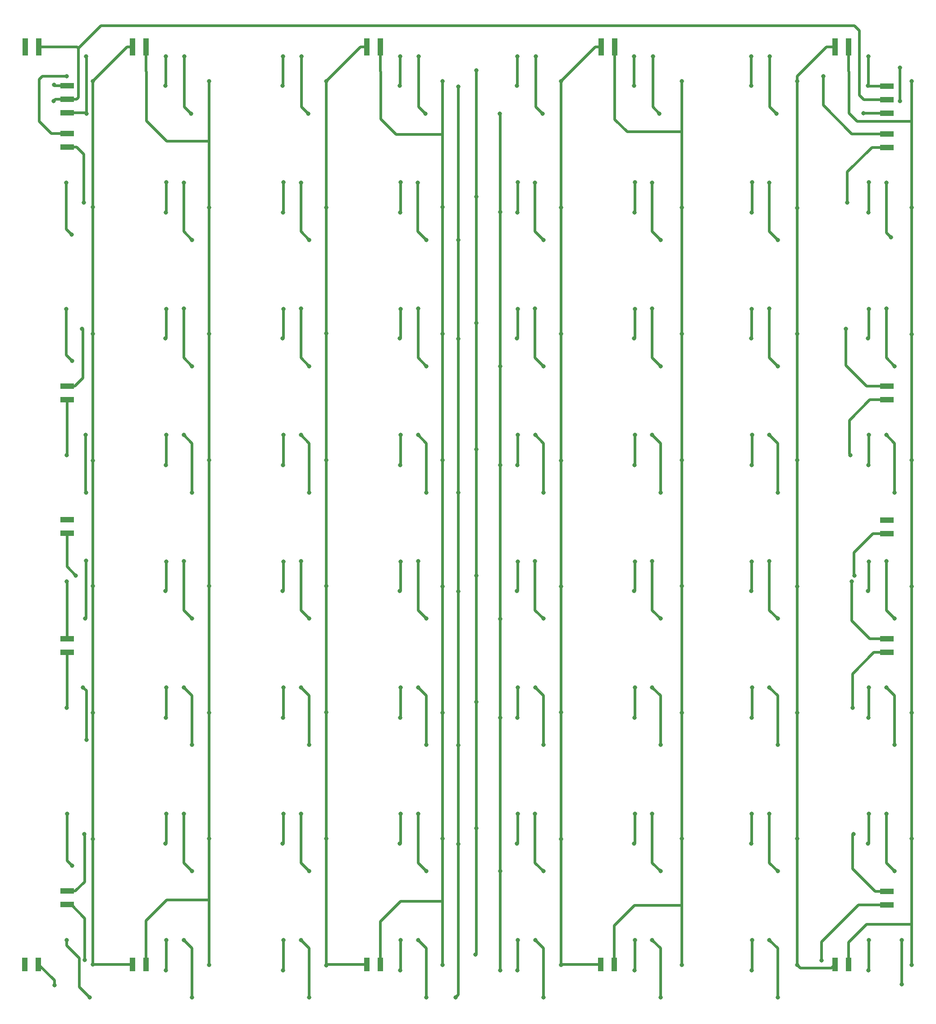
<source format=gbr>
%TF.GenerationSoftware,KiCad,Pcbnew,(6.0.7-1)-1*%
%TF.CreationDate,2022-12-02T15:51:38+01:00*%
%TF.ProjectId,8x8,3878382e-6b69-4636-9164-5f7063625858,rev?*%
%TF.SameCoordinates,Original*%
%TF.FileFunction,Copper,L2,Bot*%
%TF.FilePolarity,Positive*%
%FSLAX46Y46*%
G04 Gerber Fmt 4.6, Leading zero omitted, Abs format (unit mm)*
G04 Created by KiCad (PCBNEW (6.0.7-1)-1) date 2022-12-02 15:51:38*
%MOMM*%
%LPD*%
G01*
G04 APERTURE LIST*
%TA.AperFunction,SMDPad,CuDef*%
%ADD10R,1.020000X2.600000*%
%TD*%
%TA.AperFunction,SMDPad,CuDef*%
%ADD11R,1.020000X3.200000*%
%TD*%
%TA.AperFunction,SMDPad,CuDef*%
%ADD12R,2.600000X1.020000*%
%TD*%
%TA.AperFunction,ViaPad*%
%ADD13C,0.800000*%
%TD*%
%TA.AperFunction,Conductor*%
%ADD14C,0.500000*%
%TD*%
G04 APERTURE END LIST*
D10*
%TO.P,J7,1,Pin_1*%
%TO.N,HallOut4*%
X86820000Y-208120000D03*
%TO.P,J7,2,Pin_2*%
%TO.N,HallOut3*%
X84280000Y-208120000D03*
%TD*%
D11*
%TO.P,J5,1,Pin_1*%
%TO.N,HallOut7*%
X172310000Y-35910000D03*
%TO.P,J5,2,Pin_2*%
%TO.N,HallOut8*%
X174850000Y-35910000D03*
%TD*%
D10*
%TO.P,J8,1,Pin_1*%
%TO.N,HallOut6*%
X130820000Y-208120000D03*
%TO.P,J8,2,Pin_2*%
%TO.N,HallOut5*%
X128280000Y-208120000D03*
%TD*%
D12*
%TO.P,J19,1,Pin_1*%
%TO.N,GND*%
X182030000Y-43315000D03*
%TO.P,J19,2,Pin_2*%
%TO.N,LedIn*%
X182030000Y-45855000D03*
%TO.P,J19,3,Pin_3*%
%TO.N,P*%
X182030000Y-48395000D03*
%TD*%
%TO.P,J23,1,Pin_1*%
%TO.N,unconnected-(J23-Pad1)*%
X182020000Y-124760000D03*
%TO.P,J23,2,Pin_2*%
%TO.N,AGND*%
X182020000Y-127300000D03*
%TD*%
%TO.P,J15,1,Pin_1*%
%TO.N,PQ3*%
X182020000Y-99640000D03*
%TO.P,J15,2,Pin_2*%
%TO.N,PQ4*%
X182020000Y-102180000D03*
%TD*%
D11*
%TO.P,J4,1,Pin_1*%
%TO.N,HallOut5*%
X128310000Y-35910000D03*
%TO.P,J4,2,Pin_2*%
%TO.N,HallOut6*%
X130850000Y-35910000D03*
%TD*%
%TO.P,J21,1,Pin_1*%
%TO.N,unconnected-(J21-Pad1)*%
X20110000Y-35910000D03*
%TO.P,J21,2,Pin_2*%
%TO.N,LedIn*%
X22650000Y-35910000D03*
%TD*%
D12*
%TO.P,J10,1,Pin_1*%
%TO.N,PQ2*%
X27980000Y-54720000D03*
%TO.P,J10,2,Pin_2*%
%TO.N,PQ1*%
X27980000Y-52180000D03*
%TD*%
D11*
%TO.P,J2,1,Pin_1*%
%TO.N,HallOut1*%
X40310000Y-35910000D03*
%TO.P,J2,2,Pin_2*%
%TO.N,HallOut2*%
X42850000Y-35910000D03*
%TD*%
D12*
%TO.P,J16,1,Pin_1*%
%TO.N,PQ5*%
X182020000Y-147040000D03*
%TO.P,J16,2,Pin_2*%
%TO.N,PQ6*%
X182020000Y-149580000D03*
%TD*%
%TO.P,J11,1,Pin_1*%
%TO.N,PQ4*%
X27980000Y-102120000D03*
%TO.P,J11,2,Pin_2*%
%TO.N,PQ3*%
X27980000Y-99580000D03*
%TD*%
D10*
%TO.P,J6,1,Pin_1*%
%TO.N,HallOut2*%
X42820000Y-208120000D03*
%TO.P,J6,2,Pin_2*%
%TO.N,HallOut1*%
X40280000Y-208120000D03*
%TD*%
D12*
%TO.P,J22,1,Pin_1*%
%TO.N,AGND*%
X27980000Y-127240000D03*
%TO.P,J22,2,Pin_2*%
%TO.N,unconnected-(J22-Pad2)*%
X27980000Y-124700000D03*
%TD*%
%TO.P,J17,1,Pin_1*%
%TO.N,PQ7*%
X182020000Y-194440000D03*
%TO.P,J17,2,Pin_2*%
%TO.N,PQ8*%
X182020000Y-196980000D03*
%TD*%
%TO.P,J18,1,Pin_1*%
%TO.N,P*%
X27970000Y-48315000D03*
%TO.P,J18,2,Pin_2*%
%TO.N,LedIn*%
X27970000Y-45775000D03*
%TO.P,J18,3,Pin_3*%
%TO.N,GND*%
X27970000Y-43235000D03*
%TD*%
D11*
%TO.P,J3,1,Pin_1*%
%TO.N,HallOut3*%
X84310000Y-35910000D03*
%TO.P,J3,2,Pin_2*%
%TO.N,HallOut4*%
X86850000Y-35910000D03*
%TD*%
D12*
%TO.P,J12,1,Pin_1*%
%TO.N,PQ6*%
X27980000Y-149520000D03*
%TO.P,J12,2,Pin_2*%
%TO.N,PQ5*%
X27980000Y-146980000D03*
%TD*%
D10*
%TO.P,J9,1,Pin_1*%
%TO.N,HallOut8*%
X174820000Y-208120000D03*
%TO.P,J9,2,Pin_2*%
%TO.N,HallOut7*%
X172280000Y-208120000D03*
%TD*%
D12*
%TO.P,J14,1,Pin_1*%
%TO.N,PQ1*%
X182020000Y-52240000D03*
%TO.P,J14,2,Pin_2*%
%TO.N,PQ2*%
X182020000Y-54780000D03*
%TD*%
%TO.P,J13,1,Pin_1*%
%TO.N,PQ8*%
X27980000Y-196920000D03*
%TO.P,J13,2,Pin_2*%
%TO.N,PQ7*%
X27980000Y-194380000D03*
%TD*%
D10*
%TO.P,J20,1,Pin_1*%
%TO.N,LedOut*%
X22620000Y-208110000D03*
%TO.P,J20,2,Pin_2*%
%TO.N,unconnected-(J20-Pad2)*%
X20080000Y-208110000D03*
%TD*%
D13*
%TO.N,P*%
X115920000Y-132450000D03*
X156576200Y-114446400D03*
X93920000Y-85050000D03*
X68650000Y-108760000D03*
X134650000Y-203560000D03*
X178576200Y-114446400D03*
X93920000Y-179850000D03*
X90576200Y-67046400D03*
X28950000Y-94890000D03*
X139476200Y-95846402D03*
X112576200Y-209246400D03*
X139283598Y-48446402D03*
X181920000Y-132450000D03*
X49920000Y-85050000D03*
X112576200Y-161846400D03*
X117476200Y-143246402D03*
X109380000Y-114446400D03*
X156576200Y-161846400D03*
X90650000Y-61360000D03*
X137920000Y-85050000D03*
X31376201Y-143246401D03*
X95476200Y-190646402D03*
X134576200Y-114446400D03*
X115920000Y-179850000D03*
X137920000Y-179850000D03*
X72030000Y-37700000D03*
X159920000Y-85050000D03*
X137920000Y-132450000D03*
X183476200Y-95846402D03*
X178650000Y-61360000D03*
X94030000Y-37700000D03*
X93920000Y-132450000D03*
X112650000Y-61360000D03*
X156650000Y-203560000D03*
X109373600Y-161816400D03*
X31560000Y-37700000D03*
X68576200Y-161846400D03*
X73283598Y-48446402D03*
X51283598Y-48446402D03*
X117476200Y-95846402D03*
X68650000Y-61360000D03*
X112576200Y-67046400D03*
X139476200Y-143246402D03*
X112650000Y-203560000D03*
X73476200Y-143246402D03*
X46576200Y-114446400D03*
X68576200Y-209246400D03*
X31663598Y-48446402D03*
X46576200Y-161846400D03*
X90650000Y-156160000D03*
X178650000Y-203560000D03*
X46650000Y-203560000D03*
X95476200Y-143246402D03*
X90576200Y-209246400D03*
X51476200Y-190646402D03*
X161476200Y-95846402D03*
X134650000Y-108760000D03*
X116030000Y-37700000D03*
X159920000Y-179850000D03*
X161283598Y-48446402D03*
X49920000Y-179850000D03*
X156650000Y-156160000D03*
X134576200Y-209246400D03*
X49920000Y-132450000D03*
X181920000Y-85050000D03*
X31520000Y-132410000D03*
X68576200Y-114446400D03*
X177605000Y-48395000D03*
X178576200Y-209246400D03*
X50030000Y-37700000D03*
X139476200Y-190646402D03*
X112650000Y-108760000D03*
X73476200Y-190646402D03*
X160030000Y-37700000D03*
X27860000Y-85090000D03*
X109373600Y-95846400D03*
X156650000Y-108760000D03*
X73476200Y-95846402D03*
X183476200Y-190646402D03*
X156576200Y-67046400D03*
X46650000Y-108760000D03*
X159920000Y-132450000D03*
X109373600Y-209246400D03*
X46576200Y-67046400D03*
X71920000Y-85050000D03*
X90576200Y-161846400D03*
X115920000Y-85050000D03*
X109373600Y-66953600D03*
X184420000Y-39800000D03*
X95283598Y-48446402D03*
X28000000Y-179850000D03*
X46650000Y-156160000D03*
X117283598Y-48446402D03*
X156650000Y-61360000D03*
X183476200Y-143246402D03*
X90650000Y-108760000D03*
X46576200Y-209246400D03*
X178650000Y-156160000D03*
X28920000Y-189610000D03*
X156576200Y-209246400D03*
X134650000Y-61360000D03*
X109263598Y-48446402D03*
X181920000Y-179850000D03*
X161476200Y-143246402D03*
X46650000Y-61360000D03*
X90576200Y-114446400D03*
X109373600Y-143313600D03*
X71920000Y-132450000D03*
X68650000Y-156160000D03*
X51476200Y-95846402D03*
X90650000Y-203560000D03*
X134576200Y-161846400D03*
X51476200Y-143246402D03*
X68576200Y-67046400D03*
X112576200Y-114446400D03*
X138030000Y-37700000D03*
X68650000Y-203560000D03*
X184440000Y-46060000D03*
X161476200Y-190646402D03*
X178576200Y-161846400D03*
X112650000Y-156160000D03*
X178650000Y-108760000D03*
X95476200Y-95846402D03*
X178576200Y-67046400D03*
X134576200Y-67046400D03*
X134650000Y-156160000D03*
X117476200Y-190646402D03*
X109373600Y-190626400D03*
X71920000Y-179850000D03*
%TO.N,LedIn*%
X25460000Y-46130000D03*
%TO.N,GND*%
X71930000Y-203570000D03*
X90640000Y-179910000D03*
X90479801Y-138050001D03*
X71930000Y-156170000D03*
X90640000Y-132510000D03*
X28870000Y-71130000D03*
X134640000Y-85110000D03*
X134479801Y-138050001D03*
X90640000Y-85110000D03*
X51476200Y-214346402D03*
X115930000Y-108770000D03*
X68479801Y-138050001D03*
X183476200Y-119546402D03*
X95476200Y-119546402D03*
X156540000Y-37700000D03*
X100976402Y-214346402D03*
X137900000Y-61420000D03*
X46540000Y-37700000D03*
X73476200Y-72146402D03*
X112640000Y-179910000D03*
X112640000Y-85110000D03*
X161476200Y-214346402D03*
X156640000Y-132510000D03*
X178640000Y-132510000D03*
X25526201Y-43073799D03*
X139476200Y-214346402D03*
X101450000Y-138120000D03*
X117476200Y-166946402D03*
X73476200Y-214346402D03*
X95476200Y-72146402D03*
X134479801Y-43250001D03*
X112540000Y-37700000D03*
X181900000Y-61420000D03*
X134640000Y-132510000D03*
X101463600Y-43346400D03*
X95476200Y-214346402D03*
X68640000Y-85110000D03*
X101486400Y-90746400D03*
X178479801Y-138050001D03*
X73476200Y-166946402D03*
X46479801Y-90650001D03*
X49930000Y-156170000D03*
X139476200Y-119546402D03*
X137930000Y-203570000D03*
X49930000Y-108770000D03*
X182731301Y-71641301D03*
X90540000Y-37700000D03*
X68479801Y-43250001D03*
X178479801Y-43250001D03*
X183476200Y-166946402D03*
X95476200Y-166946402D03*
X101483598Y-72146402D03*
X134479801Y-185450001D03*
X49900000Y-61420000D03*
X159930000Y-108770000D03*
X112640000Y-132510000D03*
X139476200Y-72146402D03*
X51476200Y-166946402D03*
X112479801Y-90650001D03*
X31500000Y-108720000D03*
X137930000Y-156170000D03*
X181930000Y-156170000D03*
X49930000Y-203570000D03*
X137930000Y-108770000D03*
X139476200Y-166946402D03*
X159930000Y-156170000D03*
X156479801Y-138050001D03*
X156479801Y-185450001D03*
X68640000Y-179910000D03*
X184820000Y-211850000D03*
X112479801Y-138050001D03*
X93930000Y-156170000D03*
X159900000Y-61420000D03*
X101463600Y-185546400D03*
X90479801Y-43250001D03*
X156640000Y-85110000D03*
X178479801Y-90650001D03*
X30970000Y-156130000D03*
X178640000Y-85110000D03*
X93930000Y-108770000D03*
X159930000Y-203570000D03*
X178540000Y-37700000D03*
X93930000Y-203570000D03*
X51476200Y-72146402D03*
X115930000Y-156170000D03*
X90479801Y-90650001D03*
X71900000Y-61420000D03*
X73476200Y-119546402D03*
X46479801Y-43250001D03*
X101496402Y-119546402D03*
X117476200Y-214346402D03*
X46640000Y-85110000D03*
X46640000Y-179910000D03*
X68479801Y-185450001D03*
X71930000Y-108770000D03*
X112479801Y-43250001D03*
X178479801Y-185450001D03*
X27860000Y-61390000D03*
X46479801Y-138050001D03*
X117476200Y-72146402D03*
X156640000Y-179910000D03*
X156479801Y-43250001D03*
X90479801Y-185450001D03*
X178640000Y-179910000D03*
X31613599Y-165996401D03*
X115930000Y-203570000D03*
X68479801Y-90650001D03*
X27890000Y-203540000D03*
X161476200Y-119546402D03*
X112479801Y-185450001D03*
X68540000Y-37700000D03*
X46640000Y-132510000D03*
X31593598Y-119546402D03*
X115900000Y-61420000D03*
X161476200Y-72146402D03*
X93900000Y-61420000D03*
X184820000Y-203610000D03*
X156479801Y-90650001D03*
X68640000Y-132510000D03*
X101463600Y-166966400D03*
X32256402Y-214346402D03*
X181930000Y-108770000D03*
X134640000Y-179910000D03*
X117476200Y-119546402D03*
X161476200Y-166946402D03*
X46479801Y-185450001D03*
X134479801Y-90650001D03*
X134540000Y-37700000D03*
X51476200Y-119546402D03*
%TO.N,LedOut*%
X25620000Y-212000000D03*
%TO.N,PQ1*%
X27950001Y-41449999D03*
X170050001Y-41449999D03*
%TO.N,PQ2*%
X174589999Y-65149999D03*
X31097399Y-65147399D03*
%TO.N,PQ3*%
X30829999Y-88849999D03*
X174289999Y-88849999D03*
%TO.N,PQ4*%
X27950001Y-112549999D03*
X175190001Y-112549999D03*
%TO.N,PQ5*%
X27950001Y-136249999D03*
X175390001Y-136249999D03*
%TO.N,PQ6*%
X175550001Y-159949999D03*
X27950001Y-159949999D03*
%TO.N,PQ7*%
X31190001Y-183649999D03*
X175770001Y-183649999D03*
%TO.N,PQ8*%
X169719999Y-207349999D03*
X31339973Y-207326874D03*
%TO.N,HallOut1*%
X32842000Y-65997400D03*
X32842000Y-89771800D03*
X32842000Y-137142800D03*
X32842000Y-160891800D03*
X32842000Y-113546200D03*
X32842000Y-184615400D03*
X32842000Y-208186600D03*
X32842000Y-42350000D03*
%TO.N,HallOut2*%
X54686000Y-113470000D03*
X54686000Y-160866400D03*
X54686000Y-208262800D03*
X54686000Y-89771800D03*
X54686000Y-66048200D03*
X54686000Y-184539200D03*
X54686000Y-137117400D03*
X54686000Y-42350000D03*
%TO.N,HallOut3*%
X76675800Y-66080200D03*
X76675800Y-208294800D03*
X76675800Y-137124000D03*
X76675800Y-160822200D03*
X76691800Y-89711600D03*
X76675800Y-184545800D03*
X76675800Y-113502000D03*
X76675800Y-42350000D03*
%TO.N,HallOut4*%
X98545200Y-66004000D03*
X98545200Y-137200200D03*
X98545200Y-208218600D03*
X98545200Y-113476600D03*
X98545200Y-184495000D03*
X98545200Y-89753000D03*
X98545200Y-160873000D03*
X98545200Y-42350000D03*
%TO.N,HallOut5*%
X120776800Y-89746400D03*
X120776800Y-66073600D03*
X120776800Y-113546200D03*
X120776800Y-42350000D03*
X120776800Y-137168200D03*
X120776800Y-160841000D03*
X120776800Y-184590000D03*
X120776800Y-208262800D03*
%TO.N,HallOut6*%
X143459000Y-160891800D03*
X143459000Y-66073600D03*
X143459000Y-113520800D03*
X143459000Y-208262800D03*
X143459000Y-184564600D03*
X143459000Y-89797200D03*
X143459000Y-137142800D03*
X143459000Y-42350000D03*
%TO.N,HallOut7*%
X165125200Y-66149800D03*
X165125200Y-137219000D03*
X165125200Y-89797200D03*
X165125200Y-184564600D03*
X165125200Y-160866400D03*
X165125200Y-113495400D03*
X165125200Y-42350000D03*
X165125200Y-208212000D03*
%TO.N,HallOut8*%
X186639000Y-137193600D03*
X186639000Y-184539200D03*
X186639000Y-89848000D03*
X186639000Y-66073600D03*
X186639000Y-160866400D03*
X186639000Y-208237400D03*
X186639000Y-113470000D03*
X186639000Y-42350000D03*
%TO.N,AGND*%
X175910000Y-135150000D03*
X104850000Y-135150000D03*
X104850000Y-182550000D03*
X104850000Y-87750000D03*
X104890000Y-158850000D03*
X29640000Y-135150000D03*
X104720000Y-206250000D03*
X104890000Y-64050000D03*
X104870000Y-111450000D03*
X104840000Y-40350000D03*
%TD*%
D14*
%TO.N,P*%
X94030000Y-37700000D02*
X94030000Y-47192804D01*
X31663598Y-48446402D02*
X31663598Y-37803598D01*
X115920000Y-141690202D02*
X117476200Y-143246402D01*
X46650000Y-156160000D02*
X46650000Y-161772600D01*
X134650000Y-203560000D02*
X134650000Y-209172600D01*
X137920000Y-141690202D02*
X139476200Y-143246402D01*
X28000000Y-188690000D02*
X28920000Y-189610000D01*
X178650000Y-108760000D02*
X178650000Y-114372600D01*
X134650000Y-108760000D02*
X134650000Y-114372600D01*
X46650000Y-108760000D02*
X46650000Y-114372600D01*
X116030000Y-37700000D02*
X116030000Y-47192804D01*
X115920000Y-85050000D02*
X115920000Y-94290202D01*
X90650000Y-61360000D02*
X90650000Y-66972600D01*
X184440000Y-39820000D02*
X184420000Y-39800000D01*
X181920000Y-141690202D02*
X183476200Y-143246402D01*
X28000000Y-179850000D02*
X28000000Y-188690000D01*
X49920000Y-141690202D02*
X51476200Y-143246402D01*
X49920000Y-179850000D02*
X49920000Y-189090202D01*
X46650000Y-114372600D02*
X46576200Y-114446400D01*
X134650000Y-156160000D02*
X134650000Y-161772600D01*
X178650000Y-61360000D02*
X178650000Y-66972600D01*
X46650000Y-66972600D02*
X46576200Y-67046400D01*
X49920000Y-85050000D02*
X49920000Y-94290202D01*
X159920000Y-189090202D02*
X161476200Y-190646402D01*
X71920000Y-85050000D02*
X71920000Y-94290202D01*
X115920000Y-179850000D02*
X115920000Y-189090202D01*
X115920000Y-132450000D02*
X115920000Y-141690202D01*
X138030000Y-47192804D02*
X139283598Y-48446402D01*
X50030000Y-37700000D02*
X50030000Y-47192804D01*
X112650000Y-61360000D02*
X112650000Y-66972600D01*
X181920000Y-132450000D02*
X181920000Y-141690202D01*
X50030000Y-47192804D02*
X51283598Y-48446402D01*
X159920000Y-85050000D02*
X159920000Y-94290202D01*
X112650000Y-203560000D02*
X112650000Y-209172600D01*
X109373600Y-209246400D02*
X109373600Y-66953600D01*
X31520000Y-143102602D02*
X31376201Y-143246401D01*
X31663598Y-37803598D02*
X31560000Y-37700000D01*
X178650000Y-203560000D02*
X178650000Y-209172600D01*
X93920000Y-189090202D02*
X95476200Y-190646402D01*
X46650000Y-61360000D02*
X46650000Y-66972600D01*
X137920000Y-189090202D02*
X139476200Y-190646402D01*
X93920000Y-85050000D02*
X93920000Y-94290202D01*
X181920000Y-179850000D02*
X181920000Y-189090202D01*
X181920000Y-85050000D02*
X181920000Y-94290202D01*
X159920000Y-94290202D02*
X161476200Y-95846402D01*
X68650000Y-156160000D02*
X68650000Y-161772600D01*
X134650000Y-61360000D02*
X134650000Y-66972600D01*
X94030000Y-47192804D02*
X95283598Y-48446402D01*
X112650000Y-156160000D02*
X112650000Y-161772600D01*
X71920000Y-132450000D02*
X71920000Y-141690202D01*
X160030000Y-37700000D02*
X160030000Y-47192804D01*
X27860000Y-85090000D02*
X27860000Y-93800000D01*
X49920000Y-189090202D02*
X51476200Y-190646402D01*
X138030000Y-37700000D02*
X138030000Y-47192804D01*
X68650000Y-61360000D02*
X68650000Y-66972600D01*
X137920000Y-85050000D02*
X137920000Y-94290202D01*
X160030000Y-47192804D02*
X161283598Y-48446402D01*
X93920000Y-141690202D02*
X95476200Y-143246402D01*
X156650000Y-156160000D02*
X156650000Y-161772600D01*
X27860000Y-93800000D02*
X28950000Y-94890000D01*
X159920000Y-141690202D02*
X161476200Y-143246402D01*
X109373600Y-48556404D02*
X109373600Y-66953600D01*
X178650000Y-156160000D02*
X178650000Y-161772600D01*
X46650000Y-203560000D02*
X46650000Y-209172600D01*
X49920000Y-94290202D02*
X51476200Y-95846402D01*
X27970000Y-48315000D02*
X31532196Y-48315000D01*
X93920000Y-132450000D02*
X93920000Y-141690202D01*
X71920000Y-179850000D02*
X71920000Y-189090202D01*
X112650000Y-108760000D02*
X112650000Y-114372600D01*
X182030000Y-48395000D02*
X177605000Y-48395000D01*
X68650000Y-108760000D02*
X68650000Y-114372600D01*
X115920000Y-189090202D02*
X117476200Y-190646402D01*
X115920000Y-94290202D02*
X117476200Y-95846402D01*
X90650000Y-156160000D02*
X90650000Y-161772600D01*
X71920000Y-189090202D02*
X73476200Y-190646402D01*
X184440000Y-46060000D02*
X184440000Y-39820000D01*
X71920000Y-141690202D02*
X73476200Y-143246402D01*
X181920000Y-94290202D02*
X183476200Y-95846402D01*
X49920000Y-132450000D02*
X49920000Y-141690202D01*
X31520000Y-132410000D02*
X31520000Y-143102602D01*
X137920000Y-179850000D02*
X137920000Y-189090202D01*
X159920000Y-132450000D02*
X159920000Y-141690202D01*
X68650000Y-203560000D02*
X68650000Y-209172600D01*
X137920000Y-94290202D02*
X139476200Y-95846402D01*
X156650000Y-108760000D02*
X156650000Y-114372600D01*
X181920000Y-189090202D02*
X183476200Y-190646402D01*
X137920000Y-132450000D02*
X137920000Y-141690202D01*
X156650000Y-61360000D02*
X156650000Y-66972600D01*
X109263598Y-48446402D02*
X109373600Y-48556404D01*
X71920000Y-94290202D02*
X73476200Y-95846402D01*
X31532196Y-48315000D02*
X31663598Y-48446402D01*
X72030000Y-37700000D02*
X72030000Y-47192804D01*
X159920000Y-179850000D02*
X159920000Y-189090202D01*
X72030000Y-47192804D02*
X73283598Y-48446402D01*
X90650000Y-203560000D02*
X90650000Y-209172600D01*
X93920000Y-94290202D02*
X95476200Y-95846402D01*
X116030000Y-47192804D02*
X117283598Y-48446402D01*
X178652600Y-209170000D02*
X178576200Y-209246400D01*
X156650000Y-203560000D02*
X156650000Y-209172600D01*
X90650000Y-108760000D02*
X90650000Y-114372600D01*
X93920000Y-179850000D02*
X93920000Y-189090202D01*
%TO.N,LedIn*%
X182030000Y-45855000D02*
X177705000Y-45855000D01*
X30150000Y-36190000D02*
X30150000Y-45420000D01*
X175910000Y-31950000D02*
X34390000Y-31950000D01*
X29795000Y-45775000D02*
X27970000Y-45775000D01*
X177705000Y-45855000D02*
X176870000Y-45020000D01*
X34390000Y-31950000D02*
X30150000Y-36190000D01*
X30150000Y-36190000D02*
X29870000Y-35910000D01*
X29870000Y-35910000D02*
X22650000Y-35910000D01*
X27970000Y-45775000D02*
X25815000Y-45775000D01*
X30150000Y-45420000D02*
X29795000Y-45775000D01*
X25815000Y-45775000D02*
X25460000Y-46130000D01*
X176870000Y-32910000D02*
X175910000Y-31950000D01*
X176870000Y-45020000D02*
X176870000Y-32910000D01*
%TO.N,GND*%
X93930000Y-108770000D02*
X95476200Y-110316200D01*
X134640000Y-85110000D02*
X134640000Y-90489802D01*
X49930000Y-203570000D02*
X51476200Y-205116200D01*
X90540000Y-37700000D02*
X90540000Y-43189802D01*
X117476200Y-110316200D02*
X117476200Y-119546402D01*
X30970000Y-156130000D02*
X31613599Y-156773599D01*
X27970000Y-43235000D02*
X25687402Y-43235000D01*
X161476200Y-157716200D02*
X161476200Y-166946402D01*
X161476200Y-110316200D02*
X161476200Y-119546402D01*
X112640000Y-179910000D02*
X112640000Y-185289802D01*
X71900000Y-70570202D02*
X73476200Y-72146402D01*
X115930000Y-156170000D02*
X117476200Y-157716200D01*
X73476200Y-157716200D02*
X73476200Y-166946402D01*
X159930000Y-108770000D02*
X161476200Y-110316200D01*
X156640000Y-85110000D02*
X156640000Y-90489802D01*
X117476200Y-205116200D02*
X117476200Y-214346402D01*
X27860000Y-70120000D02*
X28870000Y-71130000D01*
X31613599Y-156773599D02*
X31613599Y-165996401D01*
X46640000Y-132510000D02*
X46640000Y-137889802D01*
X93900000Y-70570202D02*
X95476200Y-72146402D01*
X51476200Y-157716200D02*
X51476200Y-166946402D01*
X73476200Y-205116200D02*
X73476200Y-214346402D01*
X184820000Y-203610000D02*
X184820000Y-211850000D01*
X182030000Y-43315000D02*
X178544800Y-43315000D01*
X115930000Y-203570000D02*
X117476200Y-205116200D01*
X137930000Y-108770000D02*
X139476200Y-110316200D01*
X134540000Y-37700000D02*
X134540000Y-43189802D01*
X95476200Y-205116200D02*
X95476200Y-214346402D01*
X71930000Y-203570000D02*
X73476200Y-205116200D01*
X134640000Y-179910000D02*
X134640000Y-185289802D01*
X93930000Y-203570000D02*
X95476200Y-205116200D01*
X31500000Y-108720000D02*
X31500000Y-119452804D01*
X25687402Y-43235000D02*
X25526201Y-43073799D01*
X49930000Y-156170000D02*
X51476200Y-157716200D01*
X161476200Y-205116200D02*
X161476200Y-214346402D01*
X137900000Y-70570202D02*
X139476200Y-72146402D01*
X112640000Y-132510000D02*
X112640000Y-137889802D01*
X117476200Y-157716200D02*
X117476200Y-166946402D01*
X46540000Y-43189802D02*
X46479801Y-43250001D01*
X156540000Y-37700000D02*
X156540000Y-43189802D01*
X183476200Y-157716200D02*
X183476200Y-166946402D01*
X90640000Y-179910000D02*
X90640000Y-185289802D01*
X51476200Y-205116200D02*
X51476200Y-214346402D01*
X68540000Y-37700000D02*
X68540000Y-43189802D01*
X178640000Y-132510000D02*
X178640000Y-137889802D01*
X181900000Y-70810000D02*
X182731301Y-71641301D01*
X49900000Y-70570202D02*
X51476200Y-72146402D01*
X100976402Y-214346402D02*
X101463600Y-213859204D01*
X181930000Y-156170000D02*
X183476200Y-157716200D01*
X31500000Y-119452804D02*
X31593598Y-119546402D01*
X183476200Y-110316200D02*
X183476200Y-119546402D01*
X156640000Y-132510000D02*
X156640000Y-137889802D01*
X115900000Y-61420000D02*
X115900000Y-70570202D01*
X30300000Y-207000000D02*
X30300000Y-212390000D01*
X159930000Y-156170000D02*
X161476200Y-157716200D01*
X181900000Y-61420000D02*
X181900000Y-70810000D01*
X137930000Y-203570000D02*
X139476200Y-205116200D01*
X90640000Y-132510000D02*
X90640000Y-137889802D01*
X46640000Y-90489802D02*
X46479801Y-90650001D01*
X49930000Y-108770000D02*
X51476200Y-110316200D01*
X159900000Y-61420000D02*
X159900000Y-70570202D01*
X101463600Y-213859204D02*
X101463600Y-43346400D01*
X51476200Y-110316200D02*
X51476200Y-119546402D01*
X139476200Y-157716200D02*
X139476200Y-166946402D01*
X159930000Y-203570000D02*
X161476200Y-205116200D01*
X46640000Y-179910000D02*
X46640000Y-185289802D01*
X115930000Y-108770000D02*
X117476200Y-110316200D01*
X68640000Y-85110000D02*
X68640000Y-90489802D01*
X134640000Y-132510000D02*
X134640000Y-137889802D01*
X178640000Y-85110000D02*
X178640000Y-90489802D01*
X112540000Y-37700000D02*
X112540000Y-43189802D01*
X156640000Y-179910000D02*
X156640000Y-185289802D01*
X159900000Y-70570202D02*
X161476200Y-72146402D01*
X30300000Y-212390000D02*
X32256402Y-214346402D01*
X112640000Y-85110000D02*
X112640000Y-90489802D01*
X27890000Y-204590000D02*
X27890000Y-203540000D01*
X137930000Y-156170000D02*
X139476200Y-157716200D01*
X68640000Y-132510000D02*
X68640000Y-137889802D01*
X27890000Y-204590000D02*
X30300000Y-207000000D01*
X93900000Y-61420000D02*
X93900000Y-70570202D01*
X46640000Y-85110000D02*
X46640000Y-90489802D01*
X95476200Y-110316200D02*
X95476200Y-119546402D01*
X178640000Y-179910000D02*
X178640000Y-185289802D01*
X139476200Y-110316200D02*
X139476200Y-119546402D01*
X93930000Y-156170000D02*
X95476200Y-157716200D01*
X90640000Y-85110000D02*
X90640000Y-90489802D01*
X95476200Y-157716200D02*
X95476200Y-166946402D01*
X137900000Y-61420000D02*
X137900000Y-70570202D01*
X115900000Y-70570202D02*
X117476200Y-72146402D01*
X71900000Y-61420000D02*
X71900000Y-70570202D01*
X71930000Y-156170000D02*
X73476200Y-157716200D01*
X46540000Y-37700000D02*
X46540000Y-43189802D01*
X49900000Y-61420000D02*
X49900000Y-70570202D01*
X68640000Y-179910000D02*
X68640000Y-185289802D01*
X27860000Y-61390000D02*
X27860000Y-70120000D01*
X178540000Y-37700000D02*
X178540000Y-43189802D01*
X71930000Y-108770000D02*
X73476200Y-110316200D01*
X73476200Y-110316200D02*
X73476200Y-119546402D01*
X139476200Y-205116200D02*
X139476200Y-214346402D01*
X178544800Y-43315000D02*
X178479801Y-43250001D01*
X181930000Y-108770000D02*
X183476200Y-110316200D01*
%TO.N,LedOut*%
X25620000Y-212000000D02*
X25620000Y-211110000D01*
X25620000Y-211110000D02*
X22620000Y-208110000D01*
%TO.N,PQ1*%
X170050001Y-46860001D02*
X170050001Y-41449999D01*
X22780000Y-49920000D02*
X25040000Y-52180000D01*
X182020000Y-52240000D02*
X175430000Y-52240000D01*
X22780000Y-41990000D02*
X22780000Y-49920000D01*
X27950001Y-41449999D02*
X23320001Y-41449999D01*
X175430000Y-52240000D02*
X170050001Y-46860001D01*
X25040000Y-52180000D02*
X27980000Y-52180000D01*
X23320001Y-41449999D02*
X22780000Y-41990000D01*
%TO.N,PQ2*%
X31120000Y-56050000D02*
X31120000Y-65124798D01*
X174589999Y-59370001D02*
X174589999Y-65149999D01*
X31120000Y-65124798D02*
X31097399Y-65147399D01*
X27980000Y-54720000D02*
X29790000Y-54720000D01*
X179180000Y-54780000D02*
X174589999Y-59370001D01*
X29790000Y-54720000D02*
X31120000Y-56050000D01*
X182020000Y-54780000D02*
X179180000Y-54780000D01*
%TO.N,PQ3*%
X27980000Y-99580000D02*
X29450000Y-99580000D01*
X178220000Y-99640000D02*
X174289999Y-95709999D01*
X182020000Y-99640000D02*
X178220000Y-99640000D01*
X30940000Y-88960000D02*
X30829999Y-88849999D01*
X29450000Y-99580000D02*
X30940000Y-98090000D01*
X30940000Y-98090000D02*
X30940000Y-88960000D01*
X174289999Y-95709999D02*
X174289999Y-88849999D01*
%TO.N,PQ4*%
X174950000Y-106060000D02*
X174950000Y-112309998D01*
X182020000Y-102180000D02*
X178830000Y-102180000D01*
X27980000Y-102120000D02*
X27980000Y-112520000D01*
X174950000Y-112309998D02*
X175190001Y-112549999D01*
X27980000Y-112520000D02*
X27950001Y-112549999D01*
X178830000Y-102180000D02*
X174950000Y-106060000D01*
%TO.N,PQ5*%
X27980000Y-146980000D02*
X27980000Y-136279998D01*
X178800000Y-147040000D02*
X175390001Y-143630001D01*
X27980000Y-136279998D02*
X27950001Y-136249999D01*
X182020000Y-147040000D02*
X178800000Y-147040000D01*
X175390001Y-143630001D02*
X175390001Y-136249999D01*
%TO.N,PQ6*%
X27980000Y-159920000D02*
X27950001Y-159949999D01*
X179570000Y-149580000D02*
X175550001Y-153599999D01*
X182020000Y-149580000D02*
X179570000Y-149580000D01*
X27980000Y-149520000D02*
X27980000Y-159920000D01*
X175550001Y-153599999D02*
X175550001Y-159949999D01*
%TO.N,PQ7*%
X29560000Y-194380000D02*
X31260000Y-192680000D01*
X175560000Y-190230000D02*
X175560000Y-183860000D01*
X27980000Y-194380000D02*
X29560000Y-194380000D01*
X31260000Y-183719998D02*
X31190001Y-183649999D01*
X175560000Y-183860000D02*
X175770001Y-183649999D01*
X179770000Y-194440000D02*
X175560000Y-190230000D01*
X31260000Y-192680000D02*
X31260000Y-183719998D01*
X182020000Y-194440000D02*
X179770000Y-194440000D01*
%TO.N,PQ8*%
X182020000Y-196980000D02*
X176680000Y-196980000D01*
X176680000Y-196980000D02*
X169719999Y-203940001D01*
X169719999Y-203940001D02*
X169719999Y-207349999D01*
X28770000Y-196920000D02*
X31339973Y-199489973D01*
X31339973Y-199489973D02*
X31339973Y-207326874D01*
%TO.N,HallOut1*%
X32842000Y-184615400D02*
X32842000Y-208186600D01*
X32842000Y-160891800D02*
X32842000Y-184615400D01*
X32842000Y-137142800D02*
X32842000Y-160891800D01*
X32842000Y-113546200D02*
X32842000Y-137142800D01*
X32842000Y-89771800D02*
X32842000Y-113546200D01*
X32842000Y-65997400D02*
X32842000Y-89771800D01*
X32842000Y-208186600D02*
X32908600Y-208120000D01*
X32908600Y-208120000D02*
X40280000Y-208120000D01*
X39282000Y-35910000D02*
X40310000Y-35910000D01*
X32842000Y-42350000D02*
X39282000Y-35910000D01*
X32842000Y-42350000D02*
X32842000Y-65997400D01*
%TO.N,HallOut2*%
X54686000Y-66048200D02*
X54686000Y-89771800D01*
X54686000Y-89771800D02*
X54686000Y-113470000D01*
X54686000Y-113470000D02*
X54686000Y-137117400D01*
X54686000Y-137117400D02*
X54686000Y-160866400D01*
X54686000Y-160866400D02*
X54686000Y-184539200D01*
X46694000Y-53664000D02*
X54686000Y-53664000D01*
X54686000Y-53664000D02*
X54686000Y-66048200D01*
X54686000Y-196004000D02*
X54686000Y-208262800D01*
X42850000Y-40510000D02*
X42850000Y-35910000D01*
X42890000Y-40550000D02*
X42850000Y-40510000D01*
X42890000Y-40550000D02*
X42890000Y-49860000D01*
X54686000Y-42350000D02*
X54686000Y-53664000D01*
X46746000Y-196004000D02*
X42820000Y-199930000D01*
X54686000Y-196004000D02*
X46746000Y-196004000D01*
X42820000Y-199930000D02*
X42820000Y-208120000D01*
X42890000Y-49860000D02*
X46694000Y-53664000D01*
X54686000Y-184539200D02*
X54686000Y-196004000D01*
%TO.N,HallOut3*%
X76675800Y-66080200D02*
X76675800Y-113502000D01*
X76675800Y-113502000D02*
X76675800Y-137124000D01*
X76675800Y-184545800D02*
X76675800Y-208294800D01*
X76675800Y-160822200D02*
X76675800Y-184545800D01*
X76675800Y-137124000D02*
X76675800Y-160822200D01*
X83115800Y-35910000D02*
X84310000Y-35910000D01*
X76675800Y-208294800D02*
X76850600Y-208120000D01*
X76675800Y-42350000D02*
X83115800Y-35910000D01*
X76675800Y-42350000D02*
X76675800Y-66080200D01*
X76850600Y-208120000D02*
X84280000Y-208120000D01*
%TO.N,HallOut4*%
X98545200Y-66004000D02*
X98545200Y-89753000D01*
X98545200Y-89753000D02*
X98545200Y-113476600D01*
X98545200Y-113476600D02*
X98545200Y-137200200D01*
X98545200Y-137200200D02*
X98545200Y-160873000D01*
X98545200Y-160873000D02*
X98545200Y-184495000D01*
X98545200Y-52385200D02*
X89815200Y-52385200D01*
X98545200Y-42350000D02*
X98545200Y-52385200D01*
X98545200Y-52385200D02*
X98545200Y-66004000D01*
X89815200Y-52385200D02*
X86890000Y-49460000D01*
X86820000Y-200080000D02*
X86820000Y-208120000D01*
X90645200Y-196254800D02*
X86820000Y-200080000D01*
X98545200Y-196254800D02*
X98545200Y-208218600D01*
X86890000Y-40550000D02*
X86850000Y-40510000D01*
X98545200Y-196254800D02*
X90645200Y-196254800D01*
X86850000Y-40510000D02*
X86850000Y-35910000D01*
X98545200Y-184495000D02*
X98545200Y-196254800D01*
X86890000Y-49460000D02*
X86890000Y-40550000D01*
%TO.N,HallOut5*%
X120776800Y-66073600D02*
X120776800Y-89746400D01*
X120776800Y-89746400D02*
X120776800Y-113546200D01*
X120776800Y-113546200D02*
X120776800Y-137168200D01*
X120776800Y-184590000D02*
X120776800Y-208262800D01*
X120776800Y-160841000D02*
X120776800Y-184590000D01*
X120776800Y-137168200D02*
X120776800Y-160841000D01*
X127216800Y-35910000D02*
X128310000Y-35910000D01*
X120776800Y-42350000D02*
X120776800Y-66073600D01*
X120776800Y-208262800D02*
X120919600Y-208120000D01*
X120776800Y-42350000D02*
X127216800Y-35910000D01*
X120919600Y-208120000D02*
X128280000Y-208120000D01*
%TO.N,HallOut6*%
X143459000Y-66073600D02*
X143459000Y-89797200D01*
X143459000Y-89797200D02*
X143459000Y-113520800D01*
X143459000Y-113520800D02*
X143459000Y-137142800D01*
X143459000Y-137142800D02*
X143459000Y-160891800D01*
X143459000Y-160891800D02*
X143459000Y-184564600D01*
X130890000Y-49570000D02*
X130890000Y-40940000D01*
X143459000Y-51881000D02*
X143459000Y-66073600D01*
X143459000Y-42350000D02*
X143459000Y-51881000D01*
X143459000Y-184564600D02*
X143459000Y-197081000D01*
X130890000Y-40940000D02*
X130850000Y-40900000D01*
X130820000Y-200890000D02*
X130820000Y-208120000D01*
X130850000Y-40900000D02*
X130850000Y-35910000D01*
X143459000Y-197081000D02*
X143459000Y-208262800D01*
X143459000Y-51881000D02*
X133201000Y-51881000D01*
X130820000Y-200890000D02*
X134629000Y-197081000D01*
X133201000Y-51881000D02*
X130890000Y-49570000D01*
X143459000Y-197081000D02*
X134629000Y-197081000D01*
%TO.N,HallOut7*%
X165125200Y-66149800D02*
X165125200Y-89797200D01*
X165125200Y-89797200D02*
X165125200Y-113495400D01*
X165125200Y-113495400D02*
X165125200Y-137219000D01*
X165125200Y-184564600D02*
X165125200Y-208212000D01*
X165125200Y-160866400D02*
X165125200Y-184564600D01*
X165125200Y-137219000D02*
X165125200Y-160866400D01*
X170620000Y-35910000D02*
X172310000Y-35910000D01*
X165125200Y-208212000D02*
X165743200Y-208830000D01*
X171570000Y-208830000D02*
X172280000Y-208120000D01*
X165125200Y-42350000D02*
X165125200Y-66149800D01*
X165125200Y-42350000D02*
X165125200Y-41404800D01*
X165125200Y-41404800D02*
X170620000Y-35910000D01*
X165743200Y-208830000D02*
X171570000Y-208830000D01*
%TO.N,HallOut8*%
X186639000Y-66073600D02*
X186639000Y-89848000D01*
X186639000Y-89848000D02*
X186639000Y-113470000D01*
X186639000Y-113470000D02*
X186639000Y-137193600D01*
X186639000Y-137193600D02*
X186639000Y-160866400D01*
X186639000Y-160866400D02*
X186639000Y-184539200D01*
X186639000Y-200591000D02*
X178199000Y-200591000D01*
X186639000Y-42350000D02*
X186639000Y-49919000D01*
X176459756Y-49919000D02*
X174890000Y-48349244D01*
X178199000Y-200591000D02*
X174820000Y-203970000D01*
X174820000Y-203970000D02*
X174820000Y-208120000D01*
X174890000Y-40550000D02*
X174850000Y-40510000D01*
X174850000Y-40510000D02*
X174850000Y-35910000D01*
X186639000Y-49919000D02*
X176459756Y-49919000D01*
X186639000Y-200591000D02*
X186639000Y-208237400D01*
X174890000Y-48349244D02*
X174890000Y-40550000D01*
X186639000Y-184539200D02*
X186639000Y-200591000D01*
X186639000Y-49919000D02*
X186639000Y-66073600D01*
%TO.N,AGND*%
X182020000Y-127300000D02*
X179390000Y-127300000D01*
X179390000Y-127300000D02*
X175850000Y-130840000D01*
X175850000Y-130840000D02*
X175850000Y-135090000D01*
X27980000Y-133490000D02*
X29640000Y-135150000D01*
X104840000Y-40350000D02*
X104840000Y-206130000D01*
X27980000Y-127240000D02*
X27980000Y-133490000D01*
X104840000Y-206130000D02*
X104720000Y-206250000D01*
X175850000Y-135090000D02*
X175910000Y-135150000D01*
%TD*%
M02*

</source>
